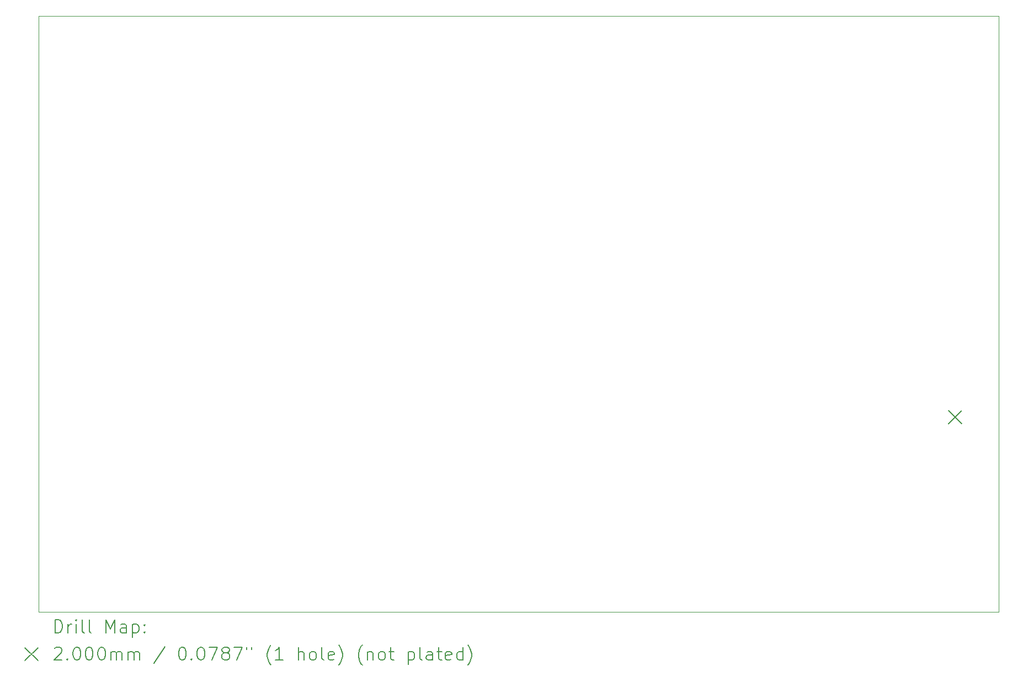
<source format=gbr>
%TF.GenerationSoftware,KiCad,Pcbnew,7.0.7*%
%TF.CreationDate,2023-12-03T21:52:43-03:00*%
%TF.ProjectId,climatizador automatico,636c696d-6174-4697-9a61-646f72206175,rev?*%
%TF.SameCoordinates,Original*%
%TF.FileFunction,Drillmap*%
%TF.FilePolarity,Positive*%
%FSLAX45Y45*%
G04 Gerber Fmt 4.5, Leading zero omitted, Abs format (unit mm)*
G04 Created by KiCad (PCBNEW 7.0.7) date 2023-12-03 21:52:43*
%MOMM*%
%LPD*%
G01*
G04 APERTURE LIST*
%ADD10C,0.100000*%
%ADD11C,0.200000*%
G04 APERTURE END LIST*
D10*
X6858000Y-3937000D02*
X21590000Y-3937000D01*
X21590000Y-13081000D01*
X6858000Y-13081000D01*
X6858000Y-3937000D01*
D11*
X20824090Y-9988690D02*
X21024090Y-10188690D01*
X21024090Y-9988690D02*
X20824090Y-10188690D01*
X7113777Y-13397484D02*
X7113777Y-13197484D01*
X7113777Y-13197484D02*
X7161396Y-13197484D01*
X7161396Y-13197484D02*
X7189967Y-13207008D01*
X7189967Y-13207008D02*
X7209015Y-13226055D01*
X7209015Y-13226055D02*
X7218539Y-13245103D01*
X7218539Y-13245103D02*
X7228062Y-13283198D01*
X7228062Y-13283198D02*
X7228062Y-13311769D01*
X7228062Y-13311769D02*
X7218539Y-13349865D01*
X7218539Y-13349865D02*
X7209015Y-13368912D01*
X7209015Y-13368912D02*
X7189967Y-13387960D01*
X7189967Y-13387960D02*
X7161396Y-13397484D01*
X7161396Y-13397484D02*
X7113777Y-13397484D01*
X7313777Y-13397484D02*
X7313777Y-13264150D01*
X7313777Y-13302246D02*
X7323301Y-13283198D01*
X7323301Y-13283198D02*
X7332824Y-13273674D01*
X7332824Y-13273674D02*
X7351872Y-13264150D01*
X7351872Y-13264150D02*
X7370920Y-13264150D01*
X7437586Y-13397484D02*
X7437586Y-13264150D01*
X7437586Y-13197484D02*
X7428062Y-13207008D01*
X7428062Y-13207008D02*
X7437586Y-13216531D01*
X7437586Y-13216531D02*
X7447110Y-13207008D01*
X7447110Y-13207008D02*
X7437586Y-13197484D01*
X7437586Y-13197484D02*
X7437586Y-13216531D01*
X7561396Y-13397484D02*
X7542348Y-13387960D01*
X7542348Y-13387960D02*
X7532824Y-13368912D01*
X7532824Y-13368912D02*
X7532824Y-13197484D01*
X7666158Y-13397484D02*
X7647110Y-13387960D01*
X7647110Y-13387960D02*
X7637586Y-13368912D01*
X7637586Y-13368912D02*
X7637586Y-13197484D01*
X7894729Y-13397484D02*
X7894729Y-13197484D01*
X7894729Y-13197484D02*
X7961396Y-13340341D01*
X7961396Y-13340341D02*
X8028062Y-13197484D01*
X8028062Y-13197484D02*
X8028062Y-13397484D01*
X8209015Y-13397484D02*
X8209015Y-13292722D01*
X8209015Y-13292722D02*
X8199491Y-13273674D01*
X8199491Y-13273674D02*
X8180443Y-13264150D01*
X8180443Y-13264150D02*
X8142348Y-13264150D01*
X8142348Y-13264150D02*
X8123301Y-13273674D01*
X8209015Y-13387960D02*
X8189967Y-13397484D01*
X8189967Y-13397484D02*
X8142348Y-13397484D01*
X8142348Y-13397484D02*
X8123301Y-13387960D01*
X8123301Y-13387960D02*
X8113777Y-13368912D01*
X8113777Y-13368912D02*
X8113777Y-13349865D01*
X8113777Y-13349865D02*
X8123301Y-13330817D01*
X8123301Y-13330817D02*
X8142348Y-13321293D01*
X8142348Y-13321293D02*
X8189967Y-13321293D01*
X8189967Y-13321293D02*
X8209015Y-13311769D01*
X8304253Y-13264150D02*
X8304253Y-13464150D01*
X8304253Y-13273674D02*
X8323301Y-13264150D01*
X8323301Y-13264150D02*
X8361396Y-13264150D01*
X8361396Y-13264150D02*
X8380443Y-13273674D01*
X8380443Y-13273674D02*
X8389967Y-13283198D01*
X8389967Y-13283198D02*
X8399491Y-13302246D01*
X8399491Y-13302246D02*
X8399491Y-13359388D01*
X8399491Y-13359388D02*
X8389967Y-13378436D01*
X8389967Y-13378436D02*
X8380443Y-13387960D01*
X8380443Y-13387960D02*
X8361396Y-13397484D01*
X8361396Y-13397484D02*
X8323301Y-13397484D01*
X8323301Y-13397484D02*
X8304253Y-13387960D01*
X8485205Y-13378436D02*
X8494729Y-13387960D01*
X8494729Y-13387960D02*
X8485205Y-13397484D01*
X8485205Y-13397484D02*
X8475682Y-13387960D01*
X8475682Y-13387960D02*
X8485205Y-13378436D01*
X8485205Y-13378436D02*
X8485205Y-13397484D01*
X8485205Y-13273674D02*
X8494729Y-13283198D01*
X8494729Y-13283198D02*
X8485205Y-13292722D01*
X8485205Y-13292722D02*
X8475682Y-13283198D01*
X8475682Y-13283198D02*
X8485205Y-13273674D01*
X8485205Y-13273674D02*
X8485205Y-13292722D01*
X6653000Y-13626000D02*
X6853000Y-13826000D01*
X6853000Y-13626000D02*
X6653000Y-13826000D01*
X7104253Y-13636531D02*
X7113777Y-13627008D01*
X7113777Y-13627008D02*
X7132824Y-13617484D01*
X7132824Y-13617484D02*
X7180443Y-13617484D01*
X7180443Y-13617484D02*
X7199491Y-13627008D01*
X7199491Y-13627008D02*
X7209015Y-13636531D01*
X7209015Y-13636531D02*
X7218539Y-13655579D01*
X7218539Y-13655579D02*
X7218539Y-13674627D01*
X7218539Y-13674627D02*
X7209015Y-13703198D01*
X7209015Y-13703198D02*
X7094729Y-13817484D01*
X7094729Y-13817484D02*
X7218539Y-13817484D01*
X7304253Y-13798436D02*
X7313777Y-13807960D01*
X7313777Y-13807960D02*
X7304253Y-13817484D01*
X7304253Y-13817484D02*
X7294729Y-13807960D01*
X7294729Y-13807960D02*
X7304253Y-13798436D01*
X7304253Y-13798436D02*
X7304253Y-13817484D01*
X7437586Y-13617484D02*
X7456634Y-13617484D01*
X7456634Y-13617484D02*
X7475682Y-13627008D01*
X7475682Y-13627008D02*
X7485205Y-13636531D01*
X7485205Y-13636531D02*
X7494729Y-13655579D01*
X7494729Y-13655579D02*
X7504253Y-13693674D01*
X7504253Y-13693674D02*
X7504253Y-13741293D01*
X7504253Y-13741293D02*
X7494729Y-13779388D01*
X7494729Y-13779388D02*
X7485205Y-13798436D01*
X7485205Y-13798436D02*
X7475682Y-13807960D01*
X7475682Y-13807960D02*
X7456634Y-13817484D01*
X7456634Y-13817484D02*
X7437586Y-13817484D01*
X7437586Y-13817484D02*
X7418539Y-13807960D01*
X7418539Y-13807960D02*
X7409015Y-13798436D01*
X7409015Y-13798436D02*
X7399491Y-13779388D01*
X7399491Y-13779388D02*
X7389967Y-13741293D01*
X7389967Y-13741293D02*
X7389967Y-13693674D01*
X7389967Y-13693674D02*
X7399491Y-13655579D01*
X7399491Y-13655579D02*
X7409015Y-13636531D01*
X7409015Y-13636531D02*
X7418539Y-13627008D01*
X7418539Y-13627008D02*
X7437586Y-13617484D01*
X7628062Y-13617484D02*
X7647110Y-13617484D01*
X7647110Y-13617484D02*
X7666158Y-13627008D01*
X7666158Y-13627008D02*
X7675682Y-13636531D01*
X7675682Y-13636531D02*
X7685205Y-13655579D01*
X7685205Y-13655579D02*
X7694729Y-13693674D01*
X7694729Y-13693674D02*
X7694729Y-13741293D01*
X7694729Y-13741293D02*
X7685205Y-13779388D01*
X7685205Y-13779388D02*
X7675682Y-13798436D01*
X7675682Y-13798436D02*
X7666158Y-13807960D01*
X7666158Y-13807960D02*
X7647110Y-13817484D01*
X7647110Y-13817484D02*
X7628062Y-13817484D01*
X7628062Y-13817484D02*
X7609015Y-13807960D01*
X7609015Y-13807960D02*
X7599491Y-13798436D01*
X7599491Y-13798436D02*
X7589967Y-13779388D01*
X7589967Y-13779388D02*
X7580443Y-13741293D01*
X7580443Y-13741293D02*
X7580443Y-13693674D01*
X7580443Y-13693674D02*
X7589967Y-13655579D01*
X7589967Y-13655579D02*
X7599491Y-13636531D01*
X7599491Y-13636531D02*
X7609015Y-13627008D01*
X7609015Y-13627008D02*
X7628062Y-13617484D01*
X7818539Y-13617484D02*
X7837586Y-13617484D01*
X7837586Y-13617484D02*
X7856634Y-13627008D01*
X7856634Y-13627008D02*
X7866158Y-13636531D01*
X7866158Y-13636531D02*
X7875682Y-13655579D01*
X7875682Y-13655579D02*
X7885205Y-13693674D01*
X7885205Y-13693674D02*
X7885205Y-13741293D01*
X7885205Y-13741293D02*
X7875682Y-13779388D01*
X7875682Y-13779388D02*
X7866158Y-13798436D01*
X7866158Y-13798436D02*
X7856634Y-13807960D01*
X7856634Y-13807960D02*
X7837586Y-13817484D01*
X7837586Y-13817484D02*
X7818539Y-13817484D01*
X7818539Y-13817484D02*
X7799491Y-13807960D01*
X7799491Y-13807960D02*
X7789967Y-13798436D01*
X7789967Y-13798436D02*
X7780443Y-13779388D01*
X7780443Y-13779388D02*
X7770920Y-13741293D01*
X7770920Y-13741293D02*
X7770920Y-13693674D01*
X7770920Y-13693674D02*
X7780443Y-13655579D01*
X7780443Y-13655579D02*
X7789967Y-13636531D01*
X7789967Y-13636531D02*
X7799491Y-13627008D01*
X7799491Y-13627008D02*
X7818539Y-13617484D01*
X7970920Y-13817484D02*
X7970920Y-13684150D01*
X7970920Y-13703198D02*
X7980443Y-13693674D01*
X7980443Y-13693674D02*
X7999491Y-13684150D01*
X7999491Y-13684150D02*
X8028063Y-13684150D01*
X8028063Y-13684150D02*
X8047110Y-13693674D01*
X8047110Y-13693674D02*
X8056634Y-13712722D01*
X8056634Y-13712722D02*
X8056634Y-13817484D01*
X8056634Y-13712722D02*
X8066158Y-13693674D01*
X8066158Y-13693674D02*
X8085205Y-13684150D01*
X8085205Y-13684150D02*
X8113777Y-13684150D01*
X8113777Y-13684150D02*
X8132824Y-13693674D01*
X8132824Y-13693674D02*
X8142348Y-13712722D01*
X8142348Y-13712722D02*
X8142348Y-13817484D01*
X8237586Y-13817484D02*
X8237586Y-13684150D01*
X8237586Y-13703198D02*
X8247110Y-13693674D01*
X8247110Y-13693674D02*
X8266158Y-13684150D01*
X8266158Y-13684150D02*
X8294729Y-13684150D01*
X8294729Y-13684150D02*
X8313777Y-13693674D01*
X8313777Y-13693674D02*
X8323301Y-13712722D01*
X8323301Y-13712722D02*
X8323301Y-13817484D01*
X8323301Y-13712722D02*
X8332824Y-13693674D01*
X8332824Y-13693674D02*
X8351872Y-13684150D01*
X8351872Y-13684150D02*
X8380443Y-13684150D01*
X8380443Y-13684150D02*
X8399491Y-13693674D01*
X8399491Y-13693674D02*
X8409015Y-13712722D01*
X8409015Y-13712722D02*
X8409015Y-13817484D01*
X8799491Y-13607960D02*
X8628063Y-13865103D01*
X9056634Y-13617484D02*
X9075682Y-13617484D01*
X9075682Y-13617484D02*
X9094729Y-13627008D01*
X9094729Y-13627008D02*
X9104253Y-13636531D01*
X9104253Y-13636531D02*
X9113777Y-13655579D01*
X9113777Y-13655579D02*
X9123301Y-13693674D01*
X9123301Y-13693674D02*
X9123301Y-13741293D01*
X9123301Y-13741293D02*
X9113777Y-13779388D01*
X9113777Y-13779388D02*
X9104253Y-13798436D01*
X9104253Y-13798436D02*
X9094729Y-13807960D01*
X9094729Y-13807960D02*
X9075682Y-13817484D01*
X9075682Y-13817484D02*
X9056634Y-13817484D01*
X9056634Y-13817484D02*
X9037587Y-13807960D01*
X9037587Y-13807960D02*
X9028063Y-13798436D01*
X9028063Y-13798436D02*
X9018539Y-13779388D01*
X9018539Y-13779388D02*
X9009015Y-13741293D01*
X9009015Y-13741293D02*
X9009015Y-13693674D01*
X9009015Y-13693674D02*
X9018539Y-13655579D01*
X9018539Y-13655579D02*
X9028063Y-13636531D01*
X9028063Y-13636531D02*
X9037587Y-13627008D01*
X9037587Y-13627008D02*
X9056634Y-13617484D01*
X9209015Y-13798436D02*
X9218539Y-13807960D01*
X9218539Y-13807960D02*
X9209015Y-13817484D01*
X9209015Y-13817484D02*
X9199491Y-13807960D01*
X9199491Y-13807960D02*
X9209015Y-13798436D01*
X9209015Y-13798436D02*
X9209015Y-13817484D01*
X9342348Y-13617484D02*
X9361396Y-13617484D01*
X9361396Y-13617484D02*
X9380444Y-13627008D01*
X9380444Y-13627008D02*
X9389968Y-13636531D01*
X9389968Y-13636531D02*
X9399491Y-13655579D01*
X9399491Y-13655579D02*
X9409015Y-13693674D01*
X9409015Y-13693674D02*
X9409015Y-13741293D01*
X9409015Y-13741293D02*
X9399491Y-13779388D01*
X9399491Y-13779388D02*
X9389968Y-13798436D01*
X9389968Y-13798436D02*
X9380444Y-13807960D01*
X9380444Y-13807960D02*
X9361396Y-13817484D01*
X9361396Y-13817484D02*
X9342348Y-13817484D01*
X9342348Y-13817484D02*
X9323301Y-13807960D01*
X9323301Y-13807960D02*
X9313777Y-13798436D01*
X9313777Y-13798436D02*
X9304253Y-13779388D01*
X9304253Y-13779388D02*
X9294729Y-13741293D01*
X9294729Y-13741293D02*
X9294729Y-13693674D01*
X9294729Y-13693674D02*
X9304253Y-13655579D01*
X9304253Y-13655579D02*
X9313777Y-13636531D01*
X9313777Y-13636531D02*
X9323301Y-13627008D01*
X9323301Y-13627008D02*
X9342348Y-13617484D01*
X9475682Y-13617484D02*
X9609015Y-13617484D01*
X9609015Y-13617484D02*
X9523301Y-13817484D01*
X9713777Y-13703198D02*
X9694729Y-13693674D01*
X9694729Y-13693674D02*
X9685206Y-13684150D01*
X9685206Y-13684150D02*
X9675682Y-13665103D01*
X9675682Y-13665103D02*
X9675682Y-13655579D01*
X9675682Y-13655579D02*
X9685206Y-13636531D01*
X9685206Y-13636531D02*
X9694729Y-13627008D01*
X9694729Y-13627008D02*
X9713777Y-13617484D01*
X9713777Y-13617484D02*
X9751872Y-13617484D01*
X9751872Y-13617484D02*
X9770920Y-13627008D01*
X9770920Y-13627008D02*
X9780444Y-13636531D01*
X9780444Y-13636531D02*
X9789968Y-13655579D01*
X9789968Y-13655579D02*
X9789968Y-13665103D01*
X9789968Y-13665103D02*
X9780444Y-13684150D01*
X9780444Y-13684150D02*
X9770920Y-13693674D01*
X9770920Y-13693674D02*
X9751872Y-13703198D01*
X9751872Y-13703198D02*
X9713777Y-13703198D01*
X9713777Y-13703198D02*
X9694729Y-13712722D01*
X9694729Y-13712722D02*
X9685206Y-13722246D01*
X9685206Y-13722246D02*
X9675682Y-13741293D01*
X9675682Y-13741293D02*
X9675682Y-13779388D01*
X9675682Y-13779388D02*
X9685206Y-13798436D01*
X9685206Y-13798436D02*
X9694729Y-13807960D01*
X9694729Y-13807960D02*
X9713777Y-13817484D01*
X9713777Y-13817484D02*
X9751872Y-13817484D01*
X9751872Y-13817484D02*
X9770920Y-13807960D01*
X9770920Y-13807960D02*
X9780444Y-13798436D01*
X9780444Y-13798436D02*
X9789968Y-13779388D01*
X9789968Y-13779388D02*
X9789968Y-13741293D01*
X9789968Y-13741293D02*
X9780444Y-13722246D01*
X9780444Y-13722246D02*
X9770920Y-13712722D01*
X9770920Y-13712722D02*
X9751872Y-13703198D01*
X9856634Y-13617484D02*
X9989968Y-13617484D01*
X9989968Y-13617484D02*
X9904253Y-13817484D01*
X10056634Y-13617484D02*
X10056634Y-13655579D01*
X10132825Y-13617484D02*
X10132825Y-13655579D01*
X10428063Y-13893674D02*
X10418539Y-13884150D01*
X10418539Y-13884150D02*
X10399491Y-13855579D01*
X10399491Y-13855579D02*
X10389968Y-13836531D01*
X10389968Y-13836531D02*
X10380444Y-13807960D01*
X10380444Y-13807960D02*
X10370920Y-13760341D01*
X10370920Y-13760341D02*
X10370920Y-13722246D01*
X10370920Y-13722246D02*
X10380444Y-13674627D01*
X10380444Y-13674627D02*
X10389968Y-13646055D01*
X10389968Y-13646055D02*
X10399491Y-13627008D01*
X10399491Y-13627008D02*
X10418539Y-13598436D01*
X10418539Y-13598436D02*
X10428063Y-13588912D01*
X10609015Y-13817484D02*
X10494730Y-13817484D01*
X10551872Y-13817484D02*
X10551872Y-13617484D01*
X10551872Y-13617484D02*
X10532825Y-13646055D01*
X10532825Y-13646055D02*
X10513777Y-13665103D01*
X10513777Y-13665103D02*
X10494730Y-13674627D01*
X10847111Y-13817484D02*
X10847111Y-13617484D01*
X10932825Y-13817484D02*
X10932825Y-13712722D01*
X10932825Y-13712722D02*
X10923301Y-13693674D01*
X10923301Y-13693674D02*
X10904253Y-13684150D01*
X10904253Y-13684150D02*
X10875682Y-13684150D01*
X10875682Y-13684150D02*
X10856634Y-13693674D01*
X10856634Y-13693674D02*
X10847111Y-13703198D01*
X11056634Y-13817484D02*
X11037587Y-13807960D01*
X11037587Y-13807960D02*
X11028063Y-13798436D01*
X11028063Y-13798436D02*
X11018539Y-13779388D01*
X11018539Y-13779388D02*
X11018539Y-13722246D01*
X11018539Y-13722246D02*
X11028063Y-13703198D01*
X11028063Y-13703198D02*
X11037587Y-13693674D01*
X11037587Y-13693674D02*
X11056634Y-13684150D01*
X11056634Y-13684150D02*
X11085206Y-13684150D01*
X11085206Y-13684150D02*
X11104253Y-13693674D01*
X11104253Y-13693674D02*
X11113777Y-13703198D01*
X11113777Y-13703198D02*
X11123301Y-13722246D01*
X11123301Y-13722246D02*
X11123301Y-13779388D01*
X11123301Y-13779388D02*
X11113777Y-13798436D01*
X11113777Y-13798436D02*
X11104253Y-13807960D01*
X11104253Y-13807960D02*
X11085206Y-13817484D01*
X11085206Y-13817484D02*
X11056634Y-13817484D01*
X11237587Y-13817484D02*
X11218539Y-13807960D01*
X11218539Y-13807960D02*
X11209015Y-13788912D01*
X11209015Y-13788912D02*
X11209015Y-13617484D01*
X11389968Y-13807960D02*
X11370920Y-13817484D01*
X11370920Y-13817484D02*
X11332825Y-13817484D01*
X11332825Y-13817484D02*
X11313777Y-13807960D01*
X11313777Y-13807960D02*
X11304253Y-13788912D01*
X11304253Y-13788912D02*
X11304253Y-13712722D01*
X11304253Y-13712722D02*
X11313777Y-13693674D01*
X11313777Y-13693674D02*
X11332825Y-13684150D01*
X11332825Y-13684150D02*
X11370920Y-13684150D01*
X11370920Y-13684150D02*
X11389968Y-13693674D01*
X11389968Y-13693674D02*
X11399491Y-13712722D01*
X11399491Y-13712722D02*
X11399491Y-13731769D01*
X11399491Y-13731769D02*
X11304253Y-13750817D01*
X11466158Y-13893674D02*
X11475682Y-13884150D01*
X11475682Y-13884150D02*
X11494730Y-13855579D01*
X11494730Y-13855579D02*
X11504253Y-13836531D01*
X11504253Y-13836531D02*
X11513777Y-13807960D01*
X11513777Y-13807960D02*
X11523301Y-13760341D01*
X11523301Y-13760341D02*
X11523301Y-13722246D01*
X11523301Y-13722246D02*
X11513777Y-13674627D01*
X11513777Y-13674627D02*
X11504253Y-13646055D01*
X11504253Y-13646055D02*
X11494730Y-13627008D01*
X11494730Y-13627008D02*
X11475682Y-13598436D01*
X11475682Y-13598436D02*
X11466158Y-13588912D01*
X11828063Y-13893674D02*
X11818539Y-13884150D01*
X11818539Y-13884150D02*
X11799491Y-13855579D01*
X11799491Y-13855579D02*
X11789968Y-13836531D01*
X11789968Y-13836531D02*
X11780444Y-13807960D01*
X11780444Y-13807960D02*
X11770920Y-13760341D01*
X11770920Y-13760341D02*
X11770920Y-13722246D01*
X11770920Y-13722246D02*
X11780444Y-13674627D01*
X11780444Y-13674627D02*
X11789968Y-13646055D01*
X11789968Y-13646055D02*
X11799491Y-13627008D01*
X11799491Y-13627008D02*
X11818539Y-13598436D01*
X11818539Y-13598436D02*
X11828063Y-13588912D01*
X11904253Y-13684150D02*
X11904253Y-13817484D01*
X11904253Y-13703198D02*
X11913777Y-13693674D01*
X11913777Y-13693674D02*
X11932825Y-13684150D01*
X11932825Y-13684150D02*
X11961396Y-13684150D01*
X11961396Y-13684150D02*
X11980444Y-13693674D01*
X11980444Y-13693674D02*
X11989968Y-13712722D01*
X11989968Y-13712722D02*
X11989968Y-13817484D01*
X12113777Y-13817484D02*
X12094730Y-13807960D01*
X12094730Y-13807960D02*
X12085206Y-13798436D01*
X12085206Y-13798436D02*
X12075682Y-13779388D01*
X12075682Y-13779388D02*
X12075682Y-13722246D01*
X12075682Y-13722246D02*
X12085206Y-13703198D01*
X12085206Y-13703198D02*
X12094730Y-13693674D01*
X12094730Y-13693674D02*
X12113777Y-13684150D01*
X12113777Y-13684150D02*
X12142349Y-13684150D01*
X12142349Y-13684150D02*
X12161396Y-13693674D01*
X12161396Y-13693674D02*
X12170920Y-13703198D01*
X12170920Y-13703198D02*
X12180444Y-13722246D01*
X12180444Y-13722246D02*
X12180444Y-13779388D01*
X12180444Y-13779388D02*
X12170920Y-13798436D01*
X12170920Y-13798436D02*
X12161396Y-13807960D01*
X12161396Y-13807960D02*
X12142349Y-13817484D01*
X12142349Y-13817484D02*
X12113777Y-13817484D01*
X12237587Y-13684150D02*
X12313777Y-13684150D01*
X12266158Y-13617484D02*
X12266158Y-13788912D01*
X12266158Y-13788912D02*
X12275682Y-13807960D01*
X12275682Y-13807960D02*
X12294730Y-13817484D01*
X12294730Y-13817484D02*
X12313777Y-13817484D01*
X12532825Y-13684150D02*
X12532825Y-13884150D01*
X12532825Y-13693674D02*
X12551872Y-13684150D01*
X12551872Y-13684150D02*
X12589968Y-13684150D01*
X12589968Y-13684150D02*
X12609015Y-13693674D01*
X12609015Y-13693674D02*
X12618539Y-13703198D01*
X12618539Y-13703198D02*
X12628063Y-13722246D01*
X12628063Y-13722246D02*
X12628063Y-13779388D01*
X12628063Y-13779388D02*
X12618539Y-13798436D01*
X12618539Y-13798436D02*
X12609015Y-13807960D01*
X12609015Y-13807960D02*
X12589968Y-13817484D01*
X12589968Y-13817484D02*
X12551872Y-13817484D01*
X12551872Y-13817484D02*
X12532825Y-13807960D01*
X12742349Y-13817484D02*
X12723301Y-13807960D01*
X12723301Y-13807960D02*
X12713777Y-13788912D01*
X12713777Y-13788912D02*
X12713777Y-13617484D01*
X12904253Y-13817484D02*
X12904253Y-13712722D01*
X12904253Y-13712722D02*
X12894730Y-13693674D01*
X12894730Y-13693674D02*
X12875682Y-13684150D01*
X12875682Y-13684150D02*
X12837587Y-13684150D01*
X12837587Y-13684150D02*
X12818539Y-13693674D01*
X12904253Y-13807960D02*
X12885206Y-13817484D01*
X12885206Y-13817484D02*
X12837587Y-13817484D01*
X12837587Y-13817484D02*
X12818539Y-13807960D01*
X12818539Y-13807960D02*
X12809015Y-13788912D01*
X12809015Y-13788912D02*
X12809015Y-13769865D01*
X12809015Y-13769865D02*
X12818539Y-13750817D01*
X12818539Y-13750817D02*
X12837587Y-13741293D01*
X12837587Y-13741293D02*
X12885206Y-13741293D01*
X12885206Y-13741293D02*
X12904253Y-13731769D01*
X12970920Y-13684150D02*
X13047111Y-13684150D01*
X12999492Y-13617484D02*
X12999492Y-13788912D01*
X12999492Y-13788912D02*
X13009015Y-13807960D01*
X13009015Y-13807960D02*
X13028063Y-13817484D01*
X13028063Y-13817484D02*
X13047111Y-13817484D01*
X13189968Y-13807960D02*
X13170920Y-13817484D01*
X13170920Y-13817484D02*
X13132825Y-13817484D01*
X13132825Y-13817484D02*
X13113777Y-13807960D01*
X13113777Y-13807960D02*
X13104253Y-13788912D01*
X13104253Y-13788912D02*
X13104253Y-13712722D01*
X13104253Y-13712722D02*
X13113777Y-13693674D01*
X13113777Y-13693674D02*
X13132825Y-13684150D01*
X13132825Y-13684150D02*
X13170920Y-13684150D01*
X13170920Y-13684150D02*
X13189968Y-13693674D01*
X13189968Y-13693674D02*
X13199492Y-13712722D01*
X13199492Y-13712722D02*
X13199492Y-13731769D01*
X13199492Y-13731769D02*
X13104253Y-13750817D01*
X13370920Y-13817484D02*
X13370920Y-13617484D01*
X13370920Y-13807960D02*
X13351873Y-13817484D01*
X13351873Y-13817484D02*
X13313777Y-13817484D01*
X13313777Y-13817484D02*
X13294730Y-13807960D01*
X13294730Y-13807960D02*
X13285206Y-13798436D01*
X13285206Y-13798436D02*
X13275682Y-13779388D01*
X13275682Y-13779388D02*
X13275682Y-13722246D01*
X13275682Y-13722246D02*
X13285206Y-13703198D01*
X13285206Y-13703198D02*
X13294730Y-13693674D01*
X13294730Y-13693674D02*
X13313777Y-13684150D01*
X13313777Y-13684150D02*
X13351873Y-13684150D01*
X13351873Y-13684150D02*
X13370920Y-13693674D01*
X13447111Y-13893674D02*
X13456634Y-13884150D01*
X13456634Y-13884150D02*
X13475682Y-13855579D01*
X13475682Y-13855579D02*
X13485206Y-13836531D01*
X13485206Y-13836531D02*
X13494730Y-13807960D01*
X13494730Y-13807960D02*
X13504253Y-13760341D01*
X13504253Y-13760341D02*
X13504253Y-13722246D01*
X13504253Y-13722246D02*
X13494730Y-13674627D01*
X13494730Y-13674627D02*
X13485206Y-13646055D01*
X13485206Y-13646055D02*
X13475682Y-13627008D01*
X13475682Y-13627008D02*
X13456634Y-13598436D01*
X13456634Y-13598436D02*
X13447111Y-13588912D01*
M02*

</source>
